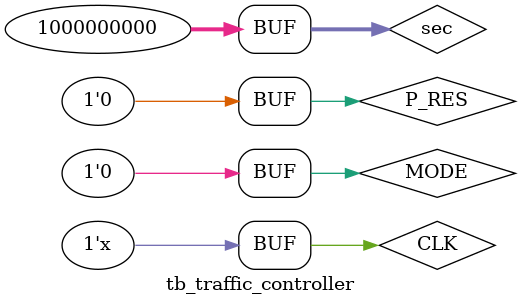
<source format=v>
`timescale 1ns / 1ps


module tb_traffic_controller();
reg P_RES,CLK,MODE;
wire EAST_G,EAST_Y,EAST_R, NORTH_G,NORTH_Y,NORTH_R, WEST_G,WEST_Y,WEST_R,SOUTH_G,SOUTH_Y,SOUTH_R;
integer sec=1000000000;

traffic_controller DUT(.clk(CLK),.p_reset(P_RES),.east_green(EAST_G),.east_yellow(EAST_Y),.east_red(EAST_R), .north_green(NORTH_G),.north_yellow(NORTH_Y),.north_red(NORTH_R),.west_green(WEST_G),.west_yellow(WEST_Y),.west_red(WEST_R),.south_green(SOUTH_G),.south_yellow(SOUTH_Y),.south_red(SOUTH_R),.mode_select(MODE));



initial
    CLK<=0; 
always begin
 #12.5 CLK<=~CLK;
end
initial begin
    P_RES <= 0;
    #1 P_RES <=1; 
    MODE <= 0;
     
    #100 P_RES <= 0;
    #(30*sec) MODE <= 1;
    #(60*sec) MODE <= 0;
    end
//initial begin
//$monitor("EAST_G=%b,NORTH_G=%b,WEST_G=%b,SOUTH_G=%B,EAST_Y=%b,NORTH_Y=%b,WEST_Y=%b,SOUTH_Y=%B,EAST_B=%b,NORTH_B=%b,WEST_B=%b,SOUTH_B=%b",EAST_G,NORTH_G,WEST_G,SOUTH_G,EAST_Y,NORTH_Y,WEST_Y,SOUTH_Y,EAST_B,NORTH_B,WEST_B,SOUTH_B);


//#500000 $finish;
//end

endmodule

</source>
